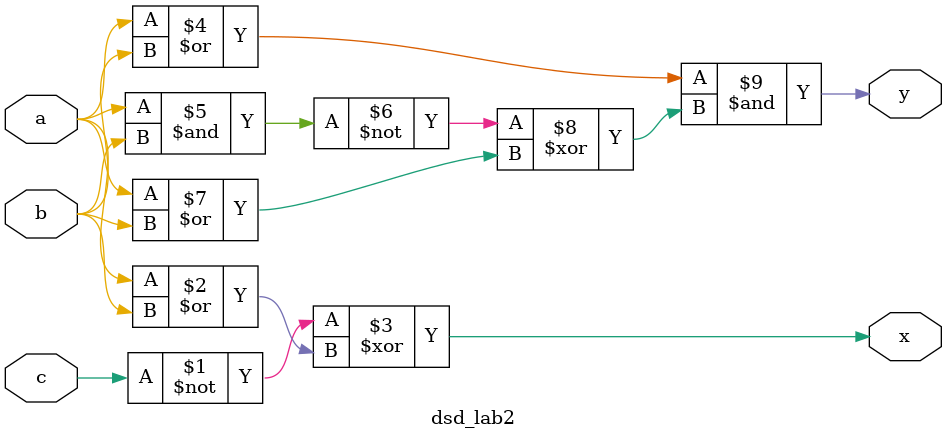
<source format=sv>
module dsd_lab2(
                output x,
                output y,
                input a,
                input b,
                input c
                );
                assign x= (~c)^(a|b);
                assign y=(a|b)&(~(a&b)^(a|b));
                
endmodule

</source>
